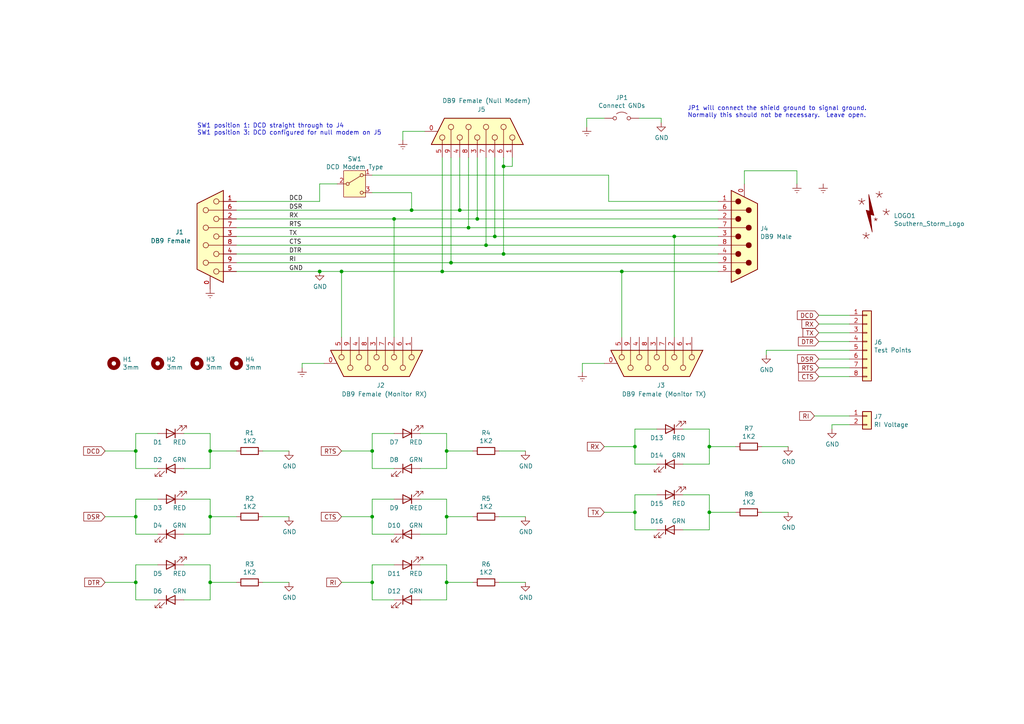
<source format=kicad_sch>
(kicad_sch (version 20231120) (generator "eeschema") (generator_version "8.0")
  (paper "A4")
  (title_block (title "RS-232 Sniffer") (date "2019"))
  (lib_symbols
    (symbol "Connector_Generic:Conn_01x02" (pin_names (offset 1.016) hide)
      (property "Reference" "J" (at 0 2.54 0))
      (property "Value" "Conn_01x02" (at 0 -5.08 0))
      (symbol "Conn_01x02_1_1"
        (rectangle (start -1.27 -2.413) (end 0 -2.667) (stroke (width 0.1524)))
        (rectangle (start -1.27 0.127) (end 0 -0.127) (stroke (width 0.1524)))
        (rectangle (start -1.27 1.27) (end 1.27 -3.81) (stroke (width 0.254)) (fill (type background)))
        (pin passive line (at -5.08 0 0) (length 3.81) (name "Pin_1") (number "1"))
        (pin passive line (at -5.08 -2.54 0) (length 3.81) (name "Pin_2") (number "2"))
      )
    )
    (symbol "Connector_Generic:Conn_01x08" (pin_names (offset 1.016) hide)
      (property "Reference" "J" (at 0 10.16 0))
      (property "Value" "Conn_01x08" (at 0 -12.7 0))
      (symbol "Conn_01x08_1_1"
        (rectangle (start -1.27 -10.033) (end 0 -10.287) (stroke (width 0.1524)))
        (rectangle (start -1.27 -7.493) (end 0 -7.747) (stroke (width 0.1524)))
        (rectangle (start -1.27 -4.953) (end 0 -5.207) (stroke (width 0.1524)))
        (rectangle (start -1.27 -2.413) (end 0 -2.667) (stroke (width 0.1524)))
        (rectangle (start -1.27 0.127) (end 0 -0.127) (stroke (width 0.1524)))
        (rectangle (start -1.27 2.667) (end 0 2.413) (stroke (width 0.1524)))
        (rectangle (start -1.27 5.207) (end 0 4.953) (stroke (width 0.1524)))
        (rectangle (start -1.27 7.747) (end 0 7.493) (stroke (width 0.1524)))
        (rectangle (start -1.27 8.89) (end 1.27 -11.43) (stroke (width 0.254)) (fill (type background)))
        (pin passive line (at -5.08 7.62 0) (length 3.81) (name "Pin_1") (number "1"))
        (pin passive line (at -5.08 5.08 0) (length 3.81) (name "Pin_2") (number "2"))
        (pin passive line (at -5.08 2.54 0) (length 3.81) (name "Pin_3") (number "3"))
        (pin passive line (at -5.08 0 0) (length 3.81) (name "Pin_4") (number "4"))
        (pin passive line (at -5.08 -2.54 0) (length 3.81) (name "Pin_5") (number "5"))
        (pin passive line (at -5.08 -5.08 0) (length 3.81) (name "Pin_6") (number "6"))
        (pin passive line (at -5.08 -7.62 0) (length 3.81) (name "Pin_7") (number "7"))
        (pin passive line (at -5.08 -10.16 0) (length 3.81) (name "Pin_8") (number "8"))
      )
    )
    (symbol "Device:LED" (pin_numbers hide) (pin_names (offset 1.016) hide)
      (property "Reference" "D" (at 0 2.54 0))
      (property "Value" "LED" (at 0 -2.54 0))
      (symbol "LED_0_1"
        (polyline (pts (xy -1.27 -1.27) (xy -1.27 1.27)) (stroke (width 0.254)))
        (polyline (pts (xy -1.27 0) (xy 1.27 0)))
        (polyline (pts (xy 1.27 -1.27) (xy 1.27 1.27) (xy -1.27 0) (xy 1.27 -1.27)) (stroke (width 0.254)))
        (polyline (pts (xy -3.048 -0.762) (xy -4.572 -2.286) (xy -3.81 -2.286) (xy -4.572 -2.286) (xy -4.572 -1.524)))
        (polyline (pts (xy -1.778 -0.762) (xy -3.302 -2.286) (xy -2.54 -2.286) (xy -3.302 -2.286) (xy -3.302 -1.524)))
      )
      (symbol "LED_1_1"
        (pin passive line (at -3.81 0 0) (length 2.54) (name "K") (number "1"))
        (pin passive line (at 3.81 0 180) (length 2.54) (name "A") (number "2"))
      )
    )
    (symbol "Device:R" (pin_numbers hide) (pin_names (offset 0))
      (property "Reference" "R" (at 2.032 0 90))
      (property "Value" "R" (at 0 0 90))
      (symbol "R_0_1"
        (rectangle (start -1.016 -2.54) (end 1.016 2.54) (stroke (width 0.254)))
      )
      (symbol "R_1_1"
        (pin passive line (at 0 3.81 270) (length 1.27) (name "~") (number "1"))
        (pin passive line (at 0 -3.81 90) (length 1.27) (name "~") (number "2"))
      )
    )
    (symbol "Jumper:Jumper_2_Open" (pin_numbers hide) (pin_names (offset 0) hide) (exclude_from_sim yes)
      (property "Reference" "JP" (at 0 2.794 0))
      (property "Value" "Jumper_2_Open" (at 0 -2.286 0))
      (symbol "Jumper_2_Open_0_0"
        (circle (center -2.032 0) (radius 0.508))
        (circle (center 2.032 0) (radius 0.508))
      )
      (symbol "Jumper_2_Open_0_1"
        (arc (start 1.524 1.27) (mid 0 1.778) (end -1.524 1.27))
      )
      (symbol "Jumper_2_Open_1_1"
        (pin passive line (at -5.08 0 0) (length 2.54) (name "A") (number "1"))
        (pin passive line (at 5.08 0 180) (length 2.54) (name "B") (number "2"))
      )
    )
    (symbol "Mechanical:MountingHole" (pin_names (offset 1.016)) (exclude_from_sim yes) (in_bom no)
      (property "Reference" "H" (at 0 5.08 0))
      (property "Value" "MountingHole" (at 0 3.175 0))
      (symbol "MountingHole_0_1"
        (circle (center 0 0) (radius 1.27) (stroke (width 1.27)))
      )
    )
    (symbol "RS232Sniffer-rescue:DB9_Female_MountingHoles-Connector" (pin_names (offset 1.016) hide)
      (property "Reference" "J" (at 0 16.51 0))
      (property "Value" "Connector_DB9_Female_MountingHoles" (at 0 14.605 0))
      (symbol "DB9_Female_MountingHoles-Connector_0_1"
        (circle (center -1.778 -10.16) (radius 0.762))
        (circle (center -1.778 -5.08) (radius 0.762))
        (circle (center -1.778 0) (radius 0.762))
        (circle (center -1.778 5.08) (radius 0.762))
        (circle (center -1.778 10.16) (radius 0.762))
        (polyline (pts (xy -3.81 -10.16) (xy -2.54 -10.16)))
        (polyline (pts (xy -3.81 -7.62) (xy 0.508 -7.62)))
        (polyline (pts (xy -3.81 -5.08) (xy -2.54 -5.08)))
        (polyline (pts (xy -3.81 -2.54) (xy 0.508 -2.54)))
        (polyline (pts (xy -3.81 0) (xy -2.54 0)))
        (polyline (pts (xy -3.81 2.54) (xy 0.508 2.54)))
        (polyline (pts (xy -3.81 5.08) (xy -2.54 5.08)))
        (polyline (pts (xy -3.81 7.62) (xy 0.508 7.62)))
        (polyline (pts (xy -3.81 10.16) (xy -2.54 10.16)))
        (polyline (pts (xy -3.81 13.335) (xy -3.81 -13.335) (xy 3.81 -9.525) (xy 3.81 9.525) (xy -3.81 13.335)) (stroke (width 0.254)) (fill (type background)))
        (circle (center 1.27 -7.62) (radius 0.762))
        (circle (center 1.27 -2.54) (radius 0.762))
        (circle (center 1.27 2.54) (radius 0.762))
        (circle (center 1.27 7.62) (radius 0.762))
      )
      (symbol "DB9_Female_MountingHoles-Connector_1_1"
        (pin passive line (at 0 -15.24 90) (length 3.81) (name "PAD") (number "0"))
        (pin passive line (at -7.62 10.16 0) (length 3.81) (name "1") (number "1"))
        (pin passive line (at -7.62 5.08 0) (length 3.81) (name "2") (number "2"))
        (pin passive line (at -7.62 0 0) (length 3.81) (name "3") (number "3"))
        (pin passive line (at -7.62 -5.08 0) (length 3.81) (name "4") (number "4"))
        (pin passive line (at -7.62 -10.16 0) (length 3.81) (name "5") (number "5"))
        (pin passive line (at -7.62 7.62 0) (length 3.81) (name "6") (number "6"))
        (pin passive line (at -7.62 2.54 0) (length 3.81) (name "7") (number "7"))
        (pin passive line (at -7.62 -2.54 0) (length 3.81) (name "8") (number "8"))
        (pin passive line (at -7.62 -7.62 0) (length 3.81) (name "9") (number "9"))
      )
    )
    (symbol "RS232Sniffer-rescue:DB9_Male_MountingHoles-Connector" (pin_names (offset 1.016) hide)
      (property "Reference" "J" (at 0 16.51 0))
      (property "Value" "Connector_DB9_Male_MountingHoles" (at 0 14.605 0))
      (symbol "DB9_Male_MountingHoles-Connector_0_1"
        (circle (center -1.778 -10.16) (radius 0.762) (fill (type outline)))
        (circle (center -1.778 -5.08) (radius 0.762) (fill (type outline)))
        (circle (center -1.778 0) (radius 0.762) (fill (type outline)))
        (circle (center -1.778 5.08) (radius 0.762) (fill (type outline)))
        (circle (center -1.778 10.16) (radius 0.762) (fill (type outline)))
        (polyline (pts (xy -3.81 -10.16) (xy -2.54 -10.16)))
        (polyline (pts (xy -3.81 -7.62) (xy 0.508 -7.62)))
        (polyline (pts (xy -3.81 -5.08) (xy -2.54 -5.08)))
        (polyline (pts (xy -3.81 -2.54) (xy 0.508 -2.54)))
        (polyline (pts (xy -3.81 0) (xy -2.54 0)))
        (polyline (pts (xy -3.81 2.54) (xy 0.508 2.54)))
        (polyline (pts (xy -3.81 5.08) (xy -2.54 5.08)))
        (polyline (pts (xy -3.81 7.62) (xy 0.508 7.62)))
        (polyline (pts (xy -3.81 10.16) (xy -2.54 10.16)))
        (polyline (pts (xy -3.81 -13.335) (xy -3.81 13.335) (xy 3.81 9.525) (xy 3.81 -9.525) (xy -3.81 -13.335)) (stroke (width 0.254)) (fill (type background)))
        (circle (center 1.27 -7.62) (radius 0.762) (fill (type outline)))
        (circle (center 1.27 -2.54) (radius 0.762) (fill (type outline)))
        (circle (center 1.27 2.54) (radius 0.762) (fill (type outline)))
        (circle (center 1.27 7.62) (radius 0.762) (fill (type outline)))
      )
      (symbol "DB9_Male_MountingHoles-Connector_1_1"
        (pin passive line (at 0 -15.24 90) (length 3.81) (name "PAD") (number "0"))
        (pin passive line (at -7.62 -10.16 0) (length 3.81) (name "1") (number "1"))
        (pin passive line (at -7.62 -5.08 0) (length 3.81) (name "2") (number "2"))
        (pin passive line (at -7.62 0 0) (length 3.81) (name "3") (number "3"))
        (pin passive line (at -7.62 5.08 0) (length 3.81) (name "4") (number "4"))
        (pin passive line (at -7.62 10.16 0) (length 3.81) (name "5") (number "5"))
        (pin passive line (at -7.62 -7.62 0) (length 3.81) (name "6") (number "6"))
        (pin passive line (at -7.62 -2.54 0) (length 3.81) (name "7") (number "7"))
        (pin passive line (at -7.62 2.54 0) (length 3.81) (name "8") (number "8"))
        (pin passive line (at -7.62 7.62 0) (length 3.81) (name "9") (number "9"))
      )
    )
    (symbol "RS232Sniffer-rescue:Earth-power" (power) (pin_names (offset 0))
      (symbol "Earth-power_0_1"
        (polyline (pts (xy -0.635 -1.905) (xy 0.635 -1.905)))
        (polyline (pts (xy -0.127 -2.54) (xy 0.127 -2.54)))
        (polyline (pts (xy 0 -1.27) (xy 0 0)))
        (polyline (pts (xy 1.27 -1.27) (xy -1.27 -1.27)))
      )
      (symbol "Earth-power_1_1"
        (pin power_in line (at 0 0 270) (length 0) hide (name "Earth") (number "1"))
      )
    )
    (symbol "RS232Sniffer-rescue:GND-power" (power) (pin_names (offset 0))
      (property "Value" "power_GND" (at 0 -3.81 0))
      (symbol "GND-power_0_1"
        (polyline (pts (xy 0 0) (xy 0 -1.27) (xy 1.27 -1.27) (xy 0 -2.54) (xy -1.27 -1.27) (xy 0 -1.27)))
      )
      (symbol "GND-power_1_1"
        (pin power_in line (at 0 0 270) (length 0) hide (name "GND") (number "1"))
      )
    )
    (symbol "RS232Sniffer-rescue:Logo_Southern_Storm-RS232Symbols" (pin_names (offset 1.016))
      (property "Reference" "LOGO" (at 0 0 0))
      (property "Value" "RS232Symbols_Logo_Southern_Storm" (at 0 2.54 0))
      (symbol "Logo_Southern_Storm-RS232Symbols_0_0"
        (polyline (pts (xy -0.762 -3.048) (xy 0.762 -9.144) (xy -0.254 -8.89) (xy 0.254 -13.97) (xy -1.524 -7.62) (xy -0.508 -7.874) (xy -0.762 -3.048)) (fill (type outline)))
        (text "*" (at -2.794 -6.35 0) (effects (font (size 3.9878 3.9878))))
        (text "*" (at -1.524 -16.256 0) (effects (font (size 3.9878 3.9878))))
        (text "*" (at 1.27 -10.922 0) (effects (font (size 2.0066 2.0066))))
        (text "*" (at 2.286 -4.318 0) (effects (font (size 3.9878 3.9878))))
        (text "*" (at 4.318 -9.398 0) (effects (font (size 3.9878 3.9878))))
      )
    )
    (symbol "Switch:SW_SPDT" (pin_names (offset 0) hide)
      (property "Reference" "SW" (at 0 5.08 0))
      (property "Value" "SW_SPDT" (at 0 -5.08 0))
      (symbol "SW_SPDT_0_1"
        (circle (center -2.032 0) (radius 0.4572))
        (polyline (pts (xy -1.651 0.254) (xy 1.651 2.286)))
        (circle (center 2.032 -2.54) (radius 0.4572))
        (circle (center 2.032 2.54) (radius 0.4572))
      )
      (symbol "SW_SPDT_1_1"
        (rectangle (start -3.175 3.81) (end 3.175 -3.81) (fill (type background)))
        (pin passive line (at 5.08 2.54 180) (length 2.54) (name "A") (number "1"))
        (pin passive line (at -5.08 0 0) (length 2.54) (name "B") (number "2"))
        (pin passive line (at 5.08 -2.54 180) (length 2.54) (name "C") (number "3"))
      )
    )
  )
  (junction (at 39.37 168.91))
  (junction (at 39.37 149.86))
  (junction (at 129.54 168.91))
  (junction (at 128.27 78.74))
  (junction (at 180.34 78.74))
  (junction (at 107.95 168.91))
  (junction (at 114.3 63.5))
  (junction (at 195.58 68.58))
  (junction (at 146.05 73.66))
  (junction (at 184.15 148.59))
  (junction (at 205.74 129.54))
  (junction (at 130.81 76.2))
  (junction (at 140.97 71.12))
  (junction (at 143.51 68.58))
  (junction (at 60.96 149.86))
  (junction (at 135.89 66.04))
  (junction (at 184.15 129.54))
  (junction (at 99.06 78.74))
  (junction (at 119.38 60.96))
  (junction (at 92.71 78.74))
  (junction (at 39.37 130.81))
  (junction (at 129.54 130.81))
  (junction (at 129.54 149.86))
  (junction (at 60.96 130.81))
  (junction (at 107.95 149.86))
  (junction (at 133.35 60.96))
  (junction (at 138.43 63.5))
  (junction (at 107.95 130.81))
  (junction (at 60.96 168.91))
  (junction (at 205.74 148.59))
  (junction (at 146.05 48.26))
  (wire (pts (xy 39.37 130.81) (xy 39.37 135.89)))
  (wire (pts (xy 138.43 45.72) (xy 138.43 63.5)))
  (wire (pts (xy 195.58 68.58) (xy 208.28 68.58)))
  (wire (pts (xy 130.81 45.72) (xy 130.81 76.2)))
  (wire (pts (xy 107.95 144.78) (xy 107.95 149.86)))
  (wire (pts (xy 146.05 73.66) (xy 208.28 73.66)))
  (wire (pts (xy 205.74 124.46) (xy 205.74 129.54)))
  (wire (pts (xy 205.74 124.46) (xy 198.12 124.46)))
  (wire (pts (xy 168.91 105.41) (xy 168.91 107.95)))
  (wire (pts (xy 107.95 149.86) (xy 107.95 154.94)))
  (wire (pts (xy 175.26 105.41) (xy 168.91 105.41)))
  (wire (pts (xy 107.95 50.8) (xy 176.53 50.8)))
  (wire (pts (xy 185.42 34.29) (xy 191.77 34.29)))
  (wire (pts (xy 39.37 173.99) (xy 45.72 173.99)))
  (wire (pts (xy 129.54 125.73) (xy 129.54 130.81)))
  (wire (pts (xy 121.92 163.83) (xy 129.54 163.83)))
  (wire (pts (xy 198.12 134.62) (xy 205.74 134.62)))
  (wire (pts (xy 190.5 143.51) (xy 184.15 143.51)))
  (wire (pts (xy 198.12 143.51) (xy 205.74 143.51)))
  (wire (pts (xy 176.53 50.8) (xy 176.53 58.42)))
  (wire (pts (xy 246.38 91.44) (xy 237.49 91.44)))
  (wire (pts (xy 39.37 144.78) (xy 39.37 149.86)))
  (wire (pts (xy 246.38 96.52) (xy 237.49 96.52)))
  (wire (pts (xy 53.34 154.94) (xy 60.96 154.94)))
  (wire (pts (xy 191.77 34.29) (xy 191.77 35.56)))
  (wire (pts (xy 76.2 130.81) (xy 83.82 130.81)))
  (wire (pts (xy 68.58 58.42) (xy 92.71 58.42)))
  (wire (pts (xy 137.16 149.86) (xy 129.54 149.86)))
  (wire (pts (xy 114.3 163.83) (xy 107.95 163.83)))
  (wire (pts (xy 60.96 135.89) (xy 53.34 135.89)))
  (wire (pts (xy 87.63 106.68) (xy 87.63 105.41)))
  (wire (pts (xy 205.74 129.54) (xy 205.74 134.62)))
  (wire (pts (xy 121.92 154.94) (xy 129.54 154.94)))
  (wire (pts (xy 137.16 130.81) (xy 129.54 130.81)))
  (wire (pts (xy 60.96 144.78) (xy 60.96 149.86)))
  (wire (pts (xy 129.54 135.89) (xy 121.92 135.89)))
  (wire (pts (xy 190.5 124.46) (xy 184.15 124.46)))
  (wire (pts (xy 135.89 66.04) (xy 208.28 66.04)))
  (wire (pts (xy 68.58 60.96) (xy 119.38 60.96)))
  (wire (pts (xy 107.95 130.81) (xy 107.95 135.89)))
  (wire (pts (xy 99.06 130.81) (xy 107.95 130.81)))
  (wire (pts (xy 99.06 97.79) (xy 99.06 78.74)))
  (wire (pts (xy 135.89 45.72) (xy 135.89 66.04)))
  (wire (pts (xy 184.15 153.67) (xy 190.5 153.67)))
  (wire (pts (xy 123.19 38.1) (xy 116.84 38.1)))
  (wire (pts (xy 175.26 148.59) (xy 184.15 148.59)))
  (wire (pts (xy 107.95 125.73) (xy 114.3 125.73)))
  (wire (pts (xy 241.3 123.19) (xy 241.3 124.46)))
  (wire (pts (xy 60.96 173.99) (xy 53.34 173.99)))
  (wire (pts (xy 138.43 63.5) (xy 208.28 63.5)))
  (wire (pts (xy 146.05 45.72) (xy 146.05 48.26)))
  (wire (pts (xy 175.26 34.29) (xy 170.18 34.29)))
  (wire (pts (xy 170.18 34.29) (xy 170.18 36.83)))
  (wire (pts (xy 76.2 149.86) (xy 83.82 149.86)))
  (wire (pts (xy 39.37 125.73) (xy 45.72 125.73)))
  (wire (pts (xy 148.59 48.26) (xy 146.05 48.26)))
  (wire (pts (xy 184.15 124.46) (xy 184.15 129.54)))
  (wire (pts (xy 53.34 125.73) (xy 60.96 125.73)))
  (wire (pts (xy 60.96 144.78) (xy 53.34 144.78)))
  (wire (pts (xy 68.58 78.74) (xy 92.71 78.74)))
  (wire (pts (xy 222.25 101.6) (xy 222.25 102.87)))
  (wire (pts (xy 99.06 168.91) (xy 107.95 168.91)))
  (wire (pts (xy 236.22 120.65) (xy 246.38 120.65)))
  (wire (pts (xy 107.95 135.89) (xy 114.3 135.89)))
  (wire (pts (xy 30.48 149.86) (xy 39.37 149.86)))
  (wire (pts (xy 68.58 130.81) (xy 60.96 130.81)))
  (wire (pts (xy 144.78 168.91) (xy 152.4 168.91)))
  (wire (pts (xy 114.3 144.78) (xy 107.95 144.78)))
  (wire (pts (xy 180.34 78.74) (xy 208.28 78.74)))
  (wire (pts (xy 144.78 130.81) (xy 152.4 130.81)))
  (wire (pts (xy 246.38 104.14) (xy 237.49 104.14)))
  (wire (pts (xy 140.97 71.12) (xy 208.28 71.12)))
  (wire (pts (xy 129.54 163.83) (xy 129.54 168.91)))
  (wire (pts (xy 140.97 45.72) (xy 140.97 71.12)))
  (wire (pts (xy 129.54 144.78) (xy 129.54 149.86)))
  (wire (pts (xy 39.37 154.94) (xy 45.72 154.94)))
  (wire (pts (xy 246.38 123.19) (xy 241.3 123.19)))
  (wire (pts (xy 68.58 71.12) (xy 140.97 71.12)))
  (wire (pts (xy 60.96 163.83) (xy 60.96 168.91)))
  (wire (pts (xy 128.27 78.74) (xy 180.34 78.74)))
  (wire (pts (xy 205.74 143.51) (xy 205.74 148.59)))
  (wire (pts (xy 121.92 125.73) (xy 129.54 125.73)))
  (wire (pts (xy 176.53 58.42) (xy 208.28 58.42)))
  (wire (pts (xy 60.96 168.91) (xy 60.96 173.99)))
  (wire (pts (xy 133.35 60.96) (xy 208.28 60.96)))
  (wire (pts (xy 114.3 63.5) (xy 138.43 63.5)))
  (wire (pts (xy 184.15 143.51) (xy 184.15 148.59)))
  (wire (pts (xy 130.81 76.2) (xy 208.28 76.2)))
  (wire (pts (xy 92.71 58.42) (xy 92.71 53.34)))
  (wire (pts (xy 116.84 38.1) (xy 116.84 40.64)))
  (wire (pts (xy 107.95 168.91) (xy 107.95 173.99)))
  (wire (pts (xy 60.96 130.81) (xy 60.96 135.89)))
  (wire (pts (xy 45.72 144.78) (xy 39.37 144.78)))
  (wire (pts (xy 184.15 134.62) (xy 190.5 134.62)))
  (wire (pts (xy 107.95 55.88) (xy 119.38 55.88)))
  (wire (pts (xy 87.63 105.41) (xy 93.98 105.41)))
  (wire (pts (xy 213.36 148.59) (xy 205.74 148.59)))
  (wire (pts (xy 237.49 99.06) (xy 246.38 99.06)))
  (wire (pts (xy 68.58 68.58) (xy 143.51 68.58)))
  (wire (pts (xy 184.15 129.54) (xy 184.15 134.62)))
  (wire (pts (xy 60.96 125.73) (xy 60.96 130.81)))
  (wire (pts (xy 53.34 163.83) (xy 60.96 163.83)))
  (wire (pts (xy 114.3 97.79) (xy 114.3 63.5)))
  (wire (pts (xy 99.06 78.74) (xy 128.27 78.74)))
  (wire (pts (xy 246.38 101.6) (xy 222.25 101.6)))
  (wire (pts (xy 133.35 45.72) (xy 133.35 60.96)))
  (wire (pts (xy 231.14 49.53) (xy 231.14 53.34)))
  (wire (pts (xy 205.74 153.67) (xy 198.12 153.67)))
  (wire (pts (xy 68.58 66.04) (xy 135.89 66.04)))
  (wire (pts (xy 215.9 49.53) (xy 231.14 49.53)))
  (wire (pts (xy 129.54 149.86) (xy 129.54 154.94)))
  (wire (pts (xy 184.15 148.59) (xy 184.15 153.67)))
  (wire (pts (xy 60.96 149.86) (xy 60.96 154.94)))
  (wire (pts (xy 195.58 97.79) (xy 195.58 68.58)))
  (wire (pts (xy 237.49 93.98) (xy 246.38 93.98)))
  (wire (pts (xy 213.36 129.54) (xy 205.74 129.54)))
  (wire (pts (xy 68.58 63.5) (xy 114.3 63.5)))
  (wire (pts (xy 215.9 49.53) (xy 215.9 53.34)))
  (wire (pts (xy 92.71 53.34) (xy 97.79 53.34)))
  (wire (pts (xy 128.27 45.72) (xy 128.27 78.74)))
  (wire (pts (xy 39.37 149.86) (xy 39.37 154.94)))
  (wire (pts (xy 144.78 149.86) (xy 152.4 149.86)))
  (wire (pts (xy 39.37 135.89) (xy 45.72 135.89)))
  (wire (pts (xy 107.95 154.94) (xy 114.3 154.94)))
  (wire (pts (xy 39.37 168.91) (xy 39.37 173.99)))
  (wire (pts (xy 220.98 148.59) (xy 228.6 148.59)))
  (wire (pts (xy 175.26 129.54) (xy 184.15 129.54)))
  (wire (pts (xy 99.06 149.86) (xy 107.95 149.86)))
  (wire (pts (xy 143.51 68.58) (xy 195.58 68.58)))
  (wire (pts (xy 92.71 78.74) (xy 99.06 78.74)))
  (wire (pts (xy 220.98 129.54) (xy 228.6 129.54)))
  (wire (pts (xy 30.48 130.81) (xy 39.37 130.81)))
  (wire (pts (xy 39.37 163.83) (xy 39.37 168.91)))
  (wire (pts (xy 143.51 45.72) (xy 143.51 68.58)))
  (wire (pts (xy 45.72 163.83) (xy 39.37 163.83)))
  (wire (pts (xy 68.58 168.91) (xy 60.96 168.91)))
  (wire (pts (xy 137.16 168.91) (xy 129.54 168.91)))
  (wire (pts (xy 119.38 60.96) (xy 133.35 60.96)))
  (wire (pts (xy 129.54 130.81) (xy 129.54 135.89)))
  (wire (pts (xy 146.05 48.26) (xy 146.05 73.66)))
  (wire (pts (xy 246.38 109.22) (xy 237.49 109.22)))
  (wire (pts (xy 107.95 173.99) (xy 114.3 173.99)))
  (wire (pts (xy 129.54 173.99) (xy 121.92 173.99)))
  (wire (pts (xy 107.95 125.73) (xy 107.95 130.81)))
  (wire (pts (xy 68.58 73.66) (xy 146.05 73.66)))
  (wire (pts (xy 107.95 163.83) (xy 107.95 168.91)))
  (wire (pts (xy 180.34 97.79) (xy 180.34 78.74)))
  (wire (pts (xy 119.38 55.88) (xy 119.38 60.96)))
  (wire (pts (xy 76.2 168.91) (xy 83.82 168.91)))
  (wire (pts (xy 237.49 106.68) (xy 246.38 106.68)))
  (wire (pts (xy 68.58 76.2) (xy 130.81 76.2)))
  (wire (pts (xy 39.37 125.73) (xy 39.37 130.81)))
  (wire (pts (xy 205.74 148.59) (xy 205.74 153.67)))
  (wire (pts (xy 129.54 144.78) (xy 121.92 144.78)))
  (wire (pts (xy 68.58 149.86) (xy 60.96 149.86)))
  (wire (pts (xy 148.59 45.72) (xy 148.59 48.26)))
  (wire (pts (xy 30.48 168.91) (xy 39.37 168.91)))
  (wire (pts (xy 129.54 168.91) (xy 129.54 173.99)))
  (text "JP1 will connect the shield ground to signal ground.\nNormally this should not be necessary.  Leave open." (at 199.39 34.29 0) (effects (font (size 1.27 1.27)) (justify left bottom)))
  (text "SW1 position 1: DCD straight through to J4\nSW1 position 3: DCD configured for null modem on J5" (at 57.15 39.37 0) (effects (font (size 1.27 1.27)) (justify left bottom)))
  (label "CTS" (at 83.82 71.12 0))
  (label "RI" (at 83.82 76.2 0))
  (label "DTR" (at 83.82 73.66 0))
  (label "DCD" (at 83.82 58.42 0))
  (label "RTS" (at 83.82 66.04 0))
  (label "TX" (at 83.82 68.58 0))
  (label "DSR" (at 83.82 60.96 0))
  (label "RX" (at 83.82 63.5 0))
  (label "GND" (at 83.82 78.74 0))
  (global_label "RI" (shape input) (at 99.06 168.91 180) (property "Intersheetrefs" "${INTERSHEET_REFS}" (effects (hide yes))))
  (global_label "DTR" (shape input) (at 237.49 99.06 180) (property "Intersheetrefs" "${INTERSHEET_REFS}" (effects (hide yes))))
  (global_label "RX" (shape input) (at 237.49 93.98 180) (property "Intersheetrefs" "${INTERSHEET_REFS}" (effects (hide yes))))
  (global_label "DCD" (shape input) (at 237.49 91.44 180) (property "Intersheetrefs" "${INTERSHEET_REFS}" (effects (hide yes))))
  (global_label "CTS" (shape input) (at 237.49 109.22 180) (property "Intersheetrefs" "${INTERSHEET_REFS}" (effects (hide yes))))
  (global_label "DSR" (shape input) (at 30.48 149.86 180) (property "Intersheetrefs" "${INTERSHEET_REFS}" (effects (hide yes))))
  (global_label "CTS" (shape input) (at 99.06 149.86 180) (property "Intersheetrefs" "${INTERSHEET_REFS}" (effects (hide yes))))
  (global_label "RTS" (shape input) (at 237.49 106.68 180) (property "Intersheetrefs" "${INTERSHEET_REFS}" (effects (hide yes))))
  (global_label "RX" (shape input) (at 175.26 129.54 180) (property "Intersheetrefs" "${INTERSHEET_REFS}" (effects (hide yes))))
  (global_label "DTR" (shape input) (at 30.48 168.91 180) (property "Intersheetrefs" "${INTERSHEET_REFS}" (effects (hide yes))))
  (global_label "DCD" (shape input) (at 30.48 130.81 180) (property "Intersheetrefs" "${INTERSHEET_REFS}" (effects (hide yes))))
  (global_label "RI" (shape input) (at 236.22 120.65 180) (property "Intersheetrefs" "${INTERSHEET_REFS}" (effects (hide yes))))
  (global_label "TX" (shape input) (at 237.49 96.52 180) (property "Intersheetrefs" "${INTERSHEET_REFS}" (effects (hide yes))))
  (global_label "RTS" (shape input) (at 99.06 130.81 180) (property "Intersheetrefs" "${INTERSHEET_REFS}" (effects (hide yes))))
  (global_label "TX" (shape input) (at 175.26 148.59 180) (property "Intersheetrefs" "${INTERSHEET_REFS}" (effects (hide yes))))
  (global_label "DSR" (shape input) (at 237.49 104.14 180) (property "Intersheetrefs" "${INTERSHEET_REFS}" (effects (hide yes))))
  (symbol (lib_id "RS232Sniffer-rescue:DB9_Female_MountingHoles-Connector") (at 60.96 68.58 0) (mirror y) (unit 1)
    (property "Reference" "J1" (at 52.07 67.31 0))
    (property "Value" "DB9 Female" (at 49.53 69.85 0))
    (property "Footprint" "RS232ExtraFootprints:DSUB-9_Female_Horizontal_P2.77x2.84mm_EdgePinOffset4.94mm_Housed_MountingHolesOffset7.48mm" (effects (hide yes)))
  )
  (symbol (lib_id "RS232Sniffer-rescue:DB9_Male_MountingHoles-Connector") (at 215.9 68.58 0) (mirror x) (unit 1)
    (property "Reference" "J4" (at 220.472 66.3194 0) (effects (justify left)))
    (property "Value" "DB9 Male" (at 220.472 68.6308 0) (effects (justify left)))
    (property "Footprint" "RS232ExtraFootprints:DSUB-9_Male_Horizontal_P2.77x2.84mm_EdgePinOffset4.94mm_Housed_MountingHolesOffset7.48mm" (effects (hide yes)))
  )
  (symbol (lib_id "RS232Sniffer-rescue:GND-power") (at 92.71 78.74 0) (unit 1)
    (property "Reference" "#PWR01" (effects (hide yes)))
    (property "Value" "GND" (at 92.837 83.1342 0))
  )
  (symbol (lib_id "RS232Sniffer-rescue:DB9_Female_MountingHoles-Connector") (at 109.22 105.41 270) (unit 1)
    (property "Reference" "J2" (at 109.22 111.76 90) (effects (justify left)))
    (property "Value" "DB9 Female (Monitor RX)" (at 99.06 114.3 90) (effects (justify left)))
    (property "Footprint" "RS232ExtraFootprints:DSUB-9_Female_Horizontal_P2.77x2.84mm_EdgePinOffset4.94mm_Housed_MountingHolesOffset7.48mm" (effects (hide yes)))
  )
  (symbol (lib_id "RS232Sniffer-rescue:DB9_Female_MountingHoles-Connector") (at 190.5 105.41 270) (unit 1)
    (property "Reference" "J3" (at 190.5 111.76 90) (effects (justify left)))
    (property "Value" "DB9 Female (Monitor TX)" (at 180.34 114.3 90) (effects (justify left)))
    (property "Footprint" "RS232ExtraFootprints:DSUB-9_Female_Horizontal_P2.77x2.84mm_EdgePinOffset4.94mm_Housed_MountingHolesOffset7.48mm" (effects (hide yes)))
  )
  (symbol (lib_id "Device:LED") (at 49.53 125.73 180) (unit 1)
    (property "Reference" "D1" (at 45.72 128.27 0))
    (property "Value" "RED" (at 52.07 128.27 0))
    (property "Footprint" "LED_THT:LED_D3.0mm" (effects (hide yes)))
  )
  (symbol (lib_id "Device:LED") (at 49.53 135.89 0) (unit 1)
    (property "Reference" "D2" (at 45.72 133.35 0))
    (property "Value" "GRN" (at 52.07 133.35 0))
    (property "Footprint" "LED_THT:LED_D3.0mm" (effects (hide yes)))
  )
  (symbol (lib_id "Device:LED") (at 49.53 144.78 180) (unit 1)
    (property "Reference" "D3" (at 45.72 147.32 0))
    (property "Value" "RED" (at 52.07 147.32 0))
    (property "Footprint" "LED_THT:LED_D3.0mm" (effects (hide yes)))
  )
  (symbol (lib_id "Device:LED") (at 49.53 154.94 0) (unit 1)
    (property "Reference" "D4" (at 45.72 152.4 0))
    (property "Value" "GRN" (at 52.07 152.4 0))
    (property "Footprint" "LED_THT:LED_D3.0mm" (effects (hide yes)))
  )
  (symbol (lib_id "Device:LED") (at 49.53 163.83 180) (unit 1)
    (property "Reference" "D5" (at 45.72 166.37 0))
    (property "Value" "RED" (at 52.07 166.37 0))
    (property "Footprint" "LED_THT:LED_D3.0mm" (effects (hide yes)))
  )
  (symbol (lib_id "Device:LED") (at 49.53 173.99 0) (unit 1)
    (property "Reference" "D6" (at 45.72 171.45 0))
    (property "Value" "GRN" (at 52.07 171.45 0))
    (property "Footprint" "LED_THT:LED_D3.0mm" (effects (hide yes)))
  )
  (symbol (lib_id "RS232Sniffer-rescue:Logo_Southern_Storm-RS232Symbols") (at 252.73 53.34 0) (unit 1)
    (property "Reference" "LOGO1" (at 259.207 62.5856 0) (effects (justify left)))
    (property "Value" "Southern_Storm_Logo" (at 259.207 64.897 0) (effects (justify left)))
    (property "Footprint" "RS232ExtraFootprints:Logo_Southern_Storm" (effects (hide yes)))
  )
  (symbol (lib_id "RS232Sniffer-rescue:GND-power") (at 83.82 130.81 0) (unit 1)
    (property "Reference" "#PWR0102" (effects (hide yes)))
    (property "Value" "GND" (at 83.947 135.2042 0))
  )
  (symbol (lib_id "RS232Sniffer-rescue:GND-power") (at 83.82 149.86 0) (unit 1)
    (property "Reference" "#PWR0103" (effects (hide yes)))
    (property "Value" "GND" (at 83.947 154.2542 0))
  )
  (symbol (lib_id "RS232Sniffer-rescue:GND-power") (at 83.82 168.91 0) (unit 1)
    (property "Reference" "#PWR0104" (effects (hide yes)))
    (property "Value" "GND" (at 83.947 173.3042 0))
  )
  (symbol (lib_id "Device:R") (at 72.39 130.81 270) (unit 1)
    (property "Reference" "R1" (at 72.39 125.5522 90))
    (property "Value" "1K2" (at 72.39 127.8636 90))
    (property "Footprint" "Resistor_THT:R_Axial_DIN0207_L6.3mm_D2.5mm_P10.16mm_Horizontal" (effects (hide yes)))
  )
  (symbol (lib_id "Device:R") (at 72.39 149.86 270) (unit 1)
    (property "Reference" "R2" (at 72.39 144.6022 90))
    (property "Value" "1K2" (at 72.39 146.9136 90))
    (property "Footprint" "Resistor_THT:R_Axial_DIN0207_L6.3mm_D2.5mm_P10.16mm_Horizontal" (effects (hide yes)))
  )
  (symbol (lib_id "Device:R") (at 72.39 168.91 270) (unit 1)
    (property "Reference" "R3" (at 72.39 163.6522 90))
    (property "Value" "1K2" (at 72.39 165.9636 90))
    (property "Footprint" "Resistor_THT:R_Axial_DIN0207_L6.3mm_D2.5mm_P10.16mm_Horizontal" (effects (hide yes)))
  )
  (symbol (lib_id "Device:LED") (at 194.31 124.46 180) (unit 1)
    (property "Reference" "D13" (at 190.5 127 0))
    (property "Value" "RED" (at 196.85 127 0))
    (property "Footprint" "LED_THT:LED_D3.0mm" (effects (hide yes)))
  )
  (symbol (lib_id "Device:LED") (at 194.31 134.62 0) (unit 1)
    (property "Reference" "D14" (at 190.5 132.08 0))
    (property "Value" "GRN" (at 196.85 132.08 0))
    (property "Footprint" "LED_THT:LED_D3.0mm" (effects (hide yes)))
  )
  (symbol (lib_id "Device:LED") (at 194.31 143.51 180) (unit 1)
    (property "Reference" "D15" (at 190.5 146.05 0))
    (property "Value" "RED" (at 196.85 146.05 0))
    (property "Footprint" "LED_THT:LED_D3.0mm" (effects (hide yes)))
  )
  (symbol (lib_id "Device:LED") (at 194.31 153.67 0) (unit 1)
    (property "Reference" "D16" (at 190.5 151.13 0))
    (property "Value" "GRN" (at 196.85 151.13 0))
    (property "Footprint" "LED_THT:LED_D3.0mm" (effects (hide yes)))
  )
  (symbol (lib_id "RS232Sniffer-rescue:GND-power") (at 228.6 129.54 0) (unit 1)
    (property "Reference" "#PWR08" (effects (hide yes)))
    (property "Value" "GND" (at 228.727 133.9342 0))
  )
  (symbol (lib_id "RS232Sniffer-rescue:GND-power") (at 228.6 148.59 0) (unit 1)
    (property "Reference" "#PWR09" (effects (hide yes)))
    (property "Value" "GND" (at 228.727 152.9842 0))
  )
  (symbol (lib_id "Device:R") (at 217.17 129.54 270) (unit 1)
    (property "Reference" "R7" (at 217.17 124.2822 90))
    (property "Value" "1K2" (at 217.17 126.5936 90))
    (property "Footprint" "Resistor_THT:R_Axial_DIN0207_L6.3mm_D2.5mm_P10.16mm_Horizontal" (effects (hide yes)))
  )
  (symbol (lib_id "Device:R") (at 217.17 148.59 270) (unit 1)
    (property "Reference" "R8" (at 217.17 143.3322 90))
    (property "Value" "1K2" (at 217.17 145.6436 90))
    (property "Footprint" "Resistor_THT:R_Axial_DIN0207_L6.3mm_D2.5mm_P10.16mm_Horizontal" (effects (hide yes)))
  )
  (symbol (lib_id "RS232Sniffer-rescue:Earth-power") (at 60.96 83.82 0) (unit 1)
    (property "Reference" "#PWR02" (effects (hide yes)))
    (property "Value" "Earth" (effects (hide yes)))
  )
  (symbol (lib_id "Device:LED") (at 118.11 125.73 180) (unit 1)
    (property "Reference" "D7" (at 114.3 128.27 0))
    (property "Value" "RED" (at 120.65 128.27 0))
    (property "Footprint" "LED_THT:LED_D3.0mm" (effects (hide yes)))
  )
  (symbol (lib_id "Device:LED") (at 118.11 135.89 0) (unit 1)
    (property "Reference" "D8" (at 114.3 133.35 0))
    (property "Value" "GRN" (at 120.65 133.35 0))
    (property "Footprint" "LED_THT:LED_D3.0mm" (effects (hide yes)))
  )
  (symbol (lib_id "Device:LED") (at 118.11 144.78 180) (unit 1)
    (property "Reference" "D9" (at 114.3 147.32 0))
    (property "Value" "RED" (at 120.65 147.32 0))
    (property "Footprint" "LED_THT:LED_D3.0mm" (effects (hide yes)))
  )
  (symbol (lib_id "Device:LED") (at 118.11 154.94 0) (unit 1)
    (property "Reference" "D10" (at 114.3 152.4 0))
    (property "Value" "GRN" (at 120.65 152.4 0))
    (property "Footprint" "LED_THT:LED_D3.0mm" (effects (hide yes)))
  )
  (symbol (lib_id "Device:LED") (at 118.11 163.83 180) (unit 1)
    (property "Reference" "D11" (at 114.3 166.37 0))
    (property "Value" "RED" (at 120.65 166.37 0))
    (property "Footprint" "LED_THT:LED_D3.0mm" (effects (hide yes)))
  )
  (symbol (lib_id "Device:LED") (at 118.11 173.99 0) (unit 1)
    (property "Reference" "D12" (at 114.3 171.45 0))
    (property "Value" "GRN" (at 120.65 171.45 0))
    (property "Footprint" "LED_THT:LED_D3.0mm" (effects (hide yes)))
  )
  (symbol (lib_id "RS232Sniffer-rescue:GND-power") (at 152.4 130.81 0) (unit 1)
    (property "Reference" "#PWR05" (effects (hide yes)))
    (property "Value" "GND" (at 152.527 135.2042 0))
  )
  (symbol (lib_id "RS232Sniffer-rescue:GND-power") (at 152.4 149.86 0) (unit 1)
    (property "Reference" "#PWR06" (effects (hide yes)))
    (property "Value" "GND" (at 152.527 154.2542 0))
  )
  (symbol (lib_id "RS232Sniffer-rescue:GND-power") (at 152.4 168.91 0) (unit 1)
    (property "Reference" "#PWR07" (effects (hide yes)))
    (property "Value" "GND" (at 152.527 173.3042 0))
  )
  (symbol (lib_id "Device:R") (at 140.97 130.81 270) (unit 1)
    (property "Reference" "R4" (at 140.97 125.5522 90))
    (property "Value" "1K2" (at 140.97 127.8636 90))
    (property "Footprint" "Resistor_THT:R_Axial_DIN0207_L6.3mm_D2.5mm_P10.16mm_Horizontal" (effects (hide yes)))
  )
  (symbol (lib_id "Device:R") (at 140.97 149.86 270) (unit 1)
    (property "Reference" "R5" (at 140.97 144.6022 90))
    (property "Value" "1K2" (at 140.97 146.9136 90))
    (property "Footprint" "Resistor_THT:R_Axial_DIN0207_L6.3mm_D2.5mm_P10.16mm_Horizontal" (effects (hide yes)))
  )
  (symbol (lib_id "Device:R") (at 140.97 168.91 270) (unit 1)
    (property "Reference" "R6" (at 140.97 163.6522 90))
    (property "Value" "1K2" (at 140.97 165.9636 90))
    (property "Footprint" "Resistor_THT:R_Axial_DIN0207_L6.3mm_D2.5mm_P10.16mm_Horizontal" (effects (hide yes)))
  )
  (symbol (lib_id "RS232Sniffer-rescue:DB9_Female_MountingHoles-Connector") (at 138.43 38.1 270) (mirror x) (unit 1)
    (property "Reference" "J5" (at 138.43 31.75 90) (effects (justify left)))
    (property "Value" "DB9 Female (Null Modem)" (at 128.27 29.21 90) (effects (justify left)))
    (property "Footprint" "RS232ExtraFootprints:DSUB-9_Female_Horizontal_P2.77x2.84mm_EdgePinOffset4.94mm_Housed_MountingHolesOffset7.48mm" (effects (hide yes)))
  )
  (symbol (lib_id "RS232Sniffer-rescue:Earth-power") (at 87.63 106.68 0) (unit 1)
    (property "Reference" "#PWR03" (effects (hide yes)))
    (property "Value" "Earth" (effects (hide yes)))
  )
  (symbol (lib_id "RS232Sniffer-rescue:Earth-power") (at 168.91 107.95 0) (unit 1)
    (property "Reference" "#PWR012" (effects (hide yes)))
    (property "Value" "Earth" (effects (hide yes)))
  )
  (symbol (lib_id "RS232Sniffer-rescue:Earth-power") (at 238.76 53.34 0) (unit 1)
    (property "Reference" "#PWR016" (effects (hide yes)))
    (property "Value" "Earth" (effects (hide yes)))
  )
  (symbol (lib_id "RS232Sniffer-rescue:Earth-power") (at 231.14 53.34 0) (unit 1)
    (property "Reference" "#PWR015" (effects (hide yes)))
    (property "Value" "Earth" (effects (hide yes)))
  )
  (symbol (lib_id "RS232Sniffer-rescue:Earth-power") (at 116.84 40.64 0) (unit 1)
    (property "Reference" "#PWR04" (effects (hide yes)))
    (property "Value" "Earth" (effects (hide yes)))
  )
  (symbol (lib_id "RS232Sniffer-rescue:Earth-power") (at 170.18 36.83 0) (unit 1)
    (property "Reference" "#PWR013" (effects (hide yes)))
    (property "Value" "Earth" (effects (hide yes)))
  )
  (symbol (lib_id "Jumper:Jumper_2_Open") (at 180.34 34.29 0) (unit 1)
    (property "Reference" "JP1" (at 180.34 28.321 0))
    (property "Value" "Connect GNDs" (at 180.34 30.6324 0))
    (property "Footprint" "Jumper:SolderJumper-2_P1.3mm_Open_RoundedPad1.0x1.5mm" (effects (hide yes)))
  )
  (symbol (lib_id "RS232Sniffer-rescue:GND-power") (at 191.77 35.56 0) (unit 1)
    (property "Reference" "#PWR014" (effects (hide yes)))
    (property "Value" "GND" (at 191.897 39.9542 0))
  )
  (symbol (lib_id "Switch:SW_SPDT") (at 102.87 53.34 0) (unit 1)
    (property "Reference" "SW1" (at 102.87 46.101 0))
    (property "Value" "DCD Modem Type" (at 102.87 48.4124 0))
    (property "Footprint" "Connector_PinHeader_2.54mm:PinHeader_1x03_P2.54mm_Vertical" (effects (hide yes)))
  )
  (symbol (lib_id "Connector_Generic:Conn_01x08") (at 251.46 99.06 0) (unit 1)
    (property "Reference" "J6" (at 253.492 99.2632 0) (effects (justify left)))
    (property "Value" "Test Points" (at 253.492 101.5746 0) (effects (justify left)))
    (property "Footprint" "Connector_PinSocket_2.54mm:PinSocket_1x08_P2.54mm_Vertical" (effects (hide yes)))
  )
  (symbol (lib_id "Connector_Generic:Conn_01x02") (at 251.46 120.65 0) (unit 1)
    (property "Reference" "J7" (at 253.4666 120.8532 0) (effects (justify left)))
    (property "Value" "RI Voltage" (at 253.4666 123.1646 0) (effects (justify left)))
    (property "Footprint" "Connector_PinSocket_2.54mm:PinSocket_1x02_P2.54mm_Vertical" (effects (hide yes)))
  )
  (symbol (lib_id "RS232Sniffer-rescue:GND-power") (at 241.3 124.46 0) (unit 1)
    (property "Reference" "#PWR011" (effects (hide yes)))
    (property "Value" "GND" (at 241.427 128.8542 0))
  )
  (symbol (lib_id "RS232Sniffer-rescue:GND-power") (at 222.25 102.87 0) (unit 1)
    (property "Reference" "#PWR010" (effects (hide yes)))
    (property "Value" "GND" (at 222.377 107.2642 0))
  )
  (symbol (lib_id "Mechanical:MountingHole") (at 33.02 105.41 0) (unit 1)
    (property "Reference" "H1" (at 35.56 104.2416 0) (effects (justify left)))
    (property "Value" "3mm" (at 35.56 106.553 0) (effects (justify left)))
    (property "Footprint" "MountingHole:MountingHole_3mm" (effects (hide yes)))
  )
  (symbol (lib_id "Mechanical:MountingHole") (at 45.72 105.41 0) (unit 1)
    (property "Reference" "H2" (at 48.26 104.2416 0) (effects (justify left)))
    (property "Value" "3mm" (at 48.26 106.553 0) (effects (justify left)))
    (property "Footprint" "MountingHole:MountingHole_3mm" (effects (hide yes)))
  )
  (symbol (lib_id "Mechanical:MountingHole") (at 57.15 105.41 0) (unit 1)
    (property "Reference" "H3" (at 59.69 104.2416 0) (effects (justify left)))
    (property "Value" "3mm" (at 59.69 106.553 0) (effects (justify left)))
    (property "Footprint" "MountingHole:MountingHole_3mm" (effects (hide yes)))
  )
  (symbol (lib_id "Mechanical:MountingHole") (at 68.58 105.41 0) (unit 1)
    (property "Reference" "H4" (at 71.12 104.2416 0) (effects (justify left)))
    (property "Value" "3mm" (at 71.12 106.553 0) (effects (justify left)))
    (property "Footprint" "MountingHole:MountingHole_3mm" (effects (hide yes)))
  )
)
</source>
